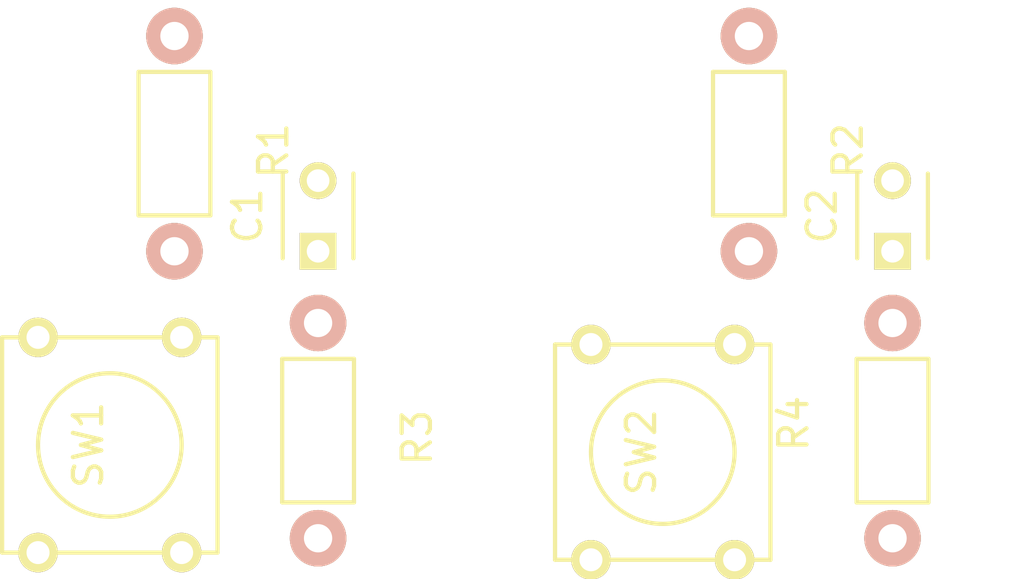
<source format=kicad_pcb>
(kicad_pcb (version 4) (host pcbnew 4.0.2+dfsg1-stable)

  (general
    (links 14)
    (no_connects 14)
    (area 110.468999 72.067 194.241001 133.015)
    (thickness 1.6)
    (drawings 0)
    (tracks 0)
    (zones 0)
    (modules 8)
    (nets 7)
  )

  (page A4)
  (layers
    (0 F.Cu signal)
    (31 B.Cu signal)
    (32 B.Adhes user)
    (33 F.Adhes user)
    (34 B.Paste user)
    (35 F.Paste user)
    (36 B.SilkS user)
    (37 F.SilkS user)
    (38 B.Mask user)
    (39 F.Mask user)
    (40 Dwgs.User user)
    (41 Cmts.User user)
    (42 Eco1.User user)
    (43 Eco2.User user)
    (44 Edge.Cuts user)
    (45 Margin user)
    (46 B.CrtYd user)
    (47 F.CrtYd user)
    (48 B.Fab user)
    (49 F.Fab user)
  )

  (setup
    (last_trace_width 0.25)
    (trace_clearance 0.2)
    (zone_clearance 0.508)
    (zone_45_only no)
    (trace_min 0.2)
    (segment_width 0.2)
    (edge_width 0.15)
    (via_size 0.6)
    (via_drill 0.4)
    (via_min_size 0.4)
    (via_min_drill 0.3)
    (uvia_size 0.3)
    (uvia_drill 0.1)
    (uvias_allowed no)
    (uvia_min_size 0.2)
    (uvia_min_drill 0.1)
    (pcb_text_width 0.3)
    (pcb_text_size 1.5 1.5)
    (mod_edge_width 0.15)
    (mod_text_size 1 1)
    (mod_text_width 0.15)
    (pad_size 1.524 1.524)
    (pad_drill 0.762)
    (pad_to_mask_clearance 0.2)
    (aux_axis_origin 0 0)
    (visible_elements FFFFFF7F)
    (pcbplotparams
      (layerselection 0x00030_80000001)
      (usegerberextensions false)
      (excludeedgelayer true)
      (linewidth 0.100000)
      (plotframeref false)
      (viasonmask false)
      (mode 1)
      (useauxorigin false)
      (hpglpennumber 1)
      (hpglpenspeed 20)
      (hpglpendiameter 15)
      (hpglpenoverlay 2)
      (psnegative false)
      (psa4output false)
      (plotreference true)
      (plotvalue true)
      (plotinvisibletext false)
      (padsonsilk false)
      (subtractmaskfromsilk false)
      (outputformat 1)
      (mirror false)
      (drillshape 1)
      (scaleselection 1)
      (outputdirectory ""))
  )

  (net 0 "")
  (net 1 PLAY)
  (net 2 GND)
  (net 3 INCREASE)
  (net 4 "Net-(R1-Pad2)")
  (net 5 "Net-(R2-Pad2)")
  (net 6 VCC)

  (net_class Default "This is the default net class."
    (clearance 0.2)
    (trace_width 0.25)
    (via_dia 0.6)
    (via_drill 0.4)
    (uvia_dia 0.3)
    (uvia_drill 0.1)
    (add_net GND)
    (add_net INCREASE)
    (add_net "Net-(R1-Pad2)")
    (add_net "Net-(R2-Pad2)")
    (add_net PLAY)
    (add_net VCC)
  )

  (module Capacitors_ThroughHole:C_Disc_D3_P2.5 (layer F.Cu) (tedit 0) (tstamp 5740894C)
    (at 121.92 71.12 90)
    (descr "Capacitor 3mm Disc, Pitch 2.5mm")
    (tags Capacitor)
    (path /57247138)
    (fp_text reference C1 (at 1.25 -2.5 90) (layer F.SilkS)
      (effects (font (size 1 1) (thickness 0.15)))
    )
    (fp_text value 10uF (at 1.25 2.5 90) (layer F.Fab)
      (effects (font (size 1 1) (thickness 0.15)))
    )
    (fp_line (start -0.9 -1.5) (end 3.4 -1.5) (layer F.CrtYd) (width 0.05))
    (fp_line (start 3.4 -1.5) (end 3.4 1.5) (layer F.CrtYd) (width 0.05))
    (fp_line (start 3.4 1.5) (end -0.9 1.5) (layer F.CrtYd) (width 0.05))
    (fp_line (start -0.9 1.5) (end -0.9 -1.5) (layer F.CrtYd) (width 0.05))
    (fp_line (start -0.25 -1.25) (end 2.75 -1.25) (layer F.SilkS) (width 0.15))
    (fp_line (start 2.75 1.25) (end -0.25 1.25) (layer F.SilkS) (width 0.15))
    (pad 1 thru_hole rect (at 0 0 90) (size 1.3 1.3) (drill 0.8) (layers *.Cu *.Mask F.SilkS)
      (net 1 PLAY))
    (pad 2 thru_hole circle (at 2.5 0 90) (size 1.3 1.3) (drill 0.8001) (layers *.Cu *.Mask F.SilkS)
      (net 2 GND))
    (model Capacitors_ThroughHole.3dshapes/C_Disc_D3_P2.5.wrl
      (at (xyz 0.0492126 0 0))
      (scale (xyz 1 1 1))
      (rotate (xyz 0 0 0))
    )
  )

  (module Capacitors_ThroughHole:C_Disc_D3_P2.5 (layer F.Cu) (tedit 0) (tstamp 57408952)
    (at 142.24 71.12 90)
    (descr "Capacitor 3mm Disc, Pitch 2.5mm")
    (tags Capacitor)
    (path /57404125)
    (fp_text reference C2 (at 1.25 -2.5 90) (layer F.SilkS)
      (effects (font (size 1 1) (thickness 0.15)))
    )
    (fp_text value 10uF (at 1.25 2.5 90) (layer F.Fab)
      (effects (font (size 1 1) (thickness 0.15)))
    )
    (fp_line (start -0.9 -1.5) (end 3.4 -1.5) (layer F.CrtYd) (width 0.05))
    (fp_line (start 3.4 -1.5) (end 3.4 1.5) (layer F.CrtYd) (width 0.05))
    (fp_line (start 3.4 1.5) (end -0.9 1.5) (layer F.CrtYd) (width 0.05))
    (fp_line (start -0.9 1.5) (end -0.9 -1.5) (layer F.CrtYd) (width 0.05))
    (fp_line (start -0.25 -1.25) (end 2.75 -1.25) (layer F.SilkS) (width 0.15))
    (fp_line (start 2.75 1.25) (end -0.25 1.25) (layer F.SilkS) (width 0.15))
    (pad 1 thru_hole rect (at 0 0 90) (size 1.3 1.3) (drill 0.8) (layers *.Cu *.Mask F.SilkS)
      (net 3 INCREASE))
    (pad 2 thru_hole circle (at 2.5 0 90) (size 1.3 1.3) (drill 0.8001) (layers *.Cu *.Mask F.SilkS)
      (net 2 GND))
    (model Capacitors_ThroughHole.3dshapes/C_Disc_D3_P2.5.wrl
      (at (xyz 0.0492126 0 0))
      (scale (xyz 1 1 1))
      (rotate (xyz 0 0 0))
    )
  )

  (module Resistors_ThroughHole:Resistor_Horizontal_RM7mm (layer F.Cu) (tedit 569FCF07) (tstamp 57408958)
    (at 116.84 63.5 270)
    (descr "Resistor, Axial,  RM 7.62mm, 1/3W,")
    (tags "Resistor Axial RM 7.62mm 1/3W R3")
    (path /57250C02)
    (fp_text reference R1 (at 4.05892 -3.50012 270) (layer F.SilkS)
      (effects (font (size 1 1) (thickness 0.15)))
    )
    (fp_text value 10 (at 3.81 3.81 270) (layer F.Fab)
      (effects (font (size 1 1) (thickness 0.15)))
    )
    (fp_line (start -1.25 -1.5) (end 8.85 -1.5) (layer F.CrtYd) (width 0.05))
    (fp_line (start -1.25 1.5) (end -1.25 -1.5) (layer F.CrtYd) (width 0.05))
    (fp_line (start 8.85 -1.5) (end 8.85 1.5) (layer F.CrtYd) (width 0.05))
    (fp_line (start -1.25 1.5) (end 8.85 1.5) (layer F.CrtYd) (width 0.05))
    (fp_line (start 1.27 -1.27) (end 6.35 -1.27) (layer F.SilkS) (width 0.15))
    (fp_line (start 6.35 -1.27) (end 6.35 1.27) (layer F.SilkS) (width 0.15))
    (fp_line (start 6.35 1.27) (end 1.27 1.27) (layer F.SilkS) (width 0.15))
    (fp_line (start 1.27 1.27) (end 1.27 -1.27) (layer F.SilkS) (width 0.15))
    (pad 1 thru_hole circle (at 0 0 270) (size 1.99898 1.99898) (drill 1.00076) (layers *.Cu *.SilkS *.Mask)
      (net 2 GND))
    (pad 2 thru_hole circle (at 7.62 0 270) (size 1.99898 1.99898) (drill 1.00076) (layers *.Cu *.SilkS *.Mask)
      (net 4 "Net-(R1-Pad2)"))
  )

  (module Resistors_ThroughHole:Resistor_Horizontal_RM7mm (layer F.Cu) (tedit 569FCF07) (tstamp 5740895E)
    (at 137.16 63.5 270)
    (descr "Resistor, Axial,  RM 7.62mm, 1/3W,")
    (tags "Resistor Axial RM 7.62mm 1/3W R3")
    (path /57404145)
    (fp_text reference R2 (at 4.05892 -3.50012 270) (layer F.SilkS)
      (effects (font (size 1 1) (thickness 0.15)))
    )
    (fp_text value 10 (at 3.81 3.81 270) (layer F.Fab)
      (effects (font (size 1 1) (thickness 0.15)))
    )
    (fp_line (start -1.25 -1.5) (end 8.85 -1.5) (layer F.CrtYd) (width 0.05))
    (fp_line (start -1.25 1.5) (end -1.25 -1.5) (layer F.CrtYd) (width 0.05))
    (fp_line (start 8.85 -1.5) (end 8.85 1.5) (layer F.CrtYd) (width 0.05))
    (fp_line (start -1.25 1.5) (end 8.85 1.5) (layer F.CrtYd) (width 0.05))
    (fp_line (start 1.27 -1.27) (end 6.35 -1.27) (layer F.SilkS) (width 0.15))
    (fp_line (start 6.35 -1.27) (end 6.35 1.27) (layer F.SilkS) (width 0.15))
    (fp_line (start 6.35 1.27) (end 1.27 1.27) (layer F.SilkS) (width 0.15))
    (fp_line (start 1.27 1.27) (end 1.27 -1.27) (layer F.SilkS) (width 0.15))
    (pad 1 thru_hole circle (at 0 0 270) (size 1.99898 1.99898) (drill 1.00076) (layers *.Cu *.SilkS *.Mask)
      (net 2 GND))
    (pad 2 thru_hole circle (at 7.62 0 270) (size 1.99898 1.99898) (drill 1.00076) (layers *.Cu *.SilkS *.Mask)
      (net 5 "Net-(R2-Pad2)"))
  )

  (module Resistors_ThroughHole:Resistor_Horizontal_RM7mm (layer F.Cu) (tedit 569FCF07) (tstamp 57408964)
    (at 121.92 73.66 270)
    (descr "Resistor, Axial,  RM 7.62mm, 1/3W,")
    (tags "Resistor Axial RM 7.62mm 1/3W R3")
    (path /57247196)
    (fp_text reference R3 (at 4.05892 -3.50012 270) (layer F.SilkS)
      (effects (font (size 1 1) (thickness 0.15)))
    )
    (fp_text value 1K (at 3.81 3.81 270) (layer F.Fab)
      (effects (font (size 1 1) (thickness 0.15)))
    )
    (fp_line (start -1.25 -1.5) (end 8.85 -1.5) (layer F.CrtYd) (width 0.05))
    (fp_line (start -1.25 1.5) (end -1.25 -1.5) (layer F.CrtYd) (width 0.05))
    (fp_line (start 8.85 -1.5) (end 8.85 1.5) (layer F.CrtYd) (width 0.05))
    (fp_line (start -1.25 1.5) (end 8.85 1.5) (layer F.CrtYd) (width 0.05))
    (fp_line (start 1.27 -1.27) (end 6.35 -1.27) (layer F.SilkS) (width 0.15))
    (fp_line (start 6.35 -1.27) (end 6.35 1.27) (layer F.SilkS) (width 0.15))
    (fp_line (start 6.35 1.27) (end 1.27 1.27) (layer F.SilkS) (width 0.15))
    (fp_line (start 1.27 1.27) (end 1.27 -1.27) (layer F.SilkS) (width 0.15))
    (pad 1 thru_hole circle (at 0 0 270) (size 1.99898 1.99898) (drill 1.00076) (layers *.Cu *.SilkS *.Mask)
      (net 1 PLAY))
    (pad 2 thru_hole circle (at 7.62 0 270) (size 1.99898 1.99898) (drill 1.00076) (layers *.Cu *.SilkS *.Mask)
      (net 4 "Net-(R1-Pad2)"))
  )

  (module Resistors_ThroughHole:Resistor_Horizontal_RM7mm (layer F.Cu) (tedit 569FCF07) (tstamp 5740896A)
    (at 142.24 81.28 90)
    (descr "Resistor, Axial,  RM 7.62mm, 1/3W,")
    (tags "Resistor Axial RM 7.62mm 1/3W R3")
    (path /5740412B)
    (fp_text reference R4 (at 4.05892 -3.50012 90) (layer F.SilkS)
      (effects (font (size 1 1) (thickness 0.15)))
    )
    (fp_text value 1K (at 3.81 3.81 90) (layer F.Fab)
      (effects (font (size 1 1) (thickness 0.15)))
    )
    (fp_line (start -1.25 -1.5) (end 8.85 -1.5) (layer F.CrtYd) (width 0.05))
    (fp_line (start -1.25 1.5) (end -1.25 -1.5) (layer F.CrtYd) (width 0.05))
    (fp_line (start 8.85 -1.5) (end 8.85 1.5) (layer F.CrtYd) (width 0.05))
    (fp_line (start -1.25 1.5) (end 8.85 1.5) (layer F.CrtYd) (width 0.05))
    (fp_line (start 1.27 -1.27) (end 6.35 -1.27) (layer F.SilkS) (width 0.15))
    (fp_line (start 6.35 -1.27) (end 6.35 1.27) (layer F.SilkS) (width 0.15))
    (fp_line (start 6.35 1.27) (end 1.27 1.27) (layer F.SilkS) (width 0.15))
    (fp_line (start 1.27 1.27) (end 1.27 -1.27) (layer F.SilkS) (width 0.15))
    (pad 1 thru_hole circle (at 0 0 90) (size 1.99898 1.99898) (drill 1.00076) (layers *.Cu *.SilkS *.Mask)
      (net 3 INCREASE))
    (pad 2 thru_hole circle (at 7.62 0 90) (size 1.99898 1.99898) (drill 1.00076) (layers *.Cu *.SilkS *.Mask)
      (net 5 "Net-(R2-Pad2)"))
  )

  (module Buttons_Switches_ThroughHole:SW_PUSH_SMALL (layer F.Cu) (tedit 0) (tstamp 57408972)
    (at 114.554 77.978 90)
    (path /57246FE5)
    (fp_text reference SW1 (at 0 -0.762 90) (layer F.SilkS)
      (effects (font (size 1 1) (thickness 0.15)))
    )
    (fp_text value SW_PUSH (at 0 1.016 90) (layer F.Fab)
      (effects (font (size 1 1) (thickness 0.15)))
    )
    (fp_circle (center 0 0) (end 0 -2.54) (layer F.SilkS) (width 0.15))
    (fp_line (start -3.81 -3.81) (end 3.81 -3.81) (layer F.SilkS) (width 0.15))
    (fp_line (start 3.81 -3.81) (end 3.81 3.81) (layer F.SilkS) (width 0.15))
    (fp_line (start 3.81 3.81) (end -3.81 3.81) (layer F.SilkS) (width 0.15))
    (fp_line (start -3.81 -3.81) (end -3.81 3.81) (layer F.SilkS) (width 0.15))
    (pad 1 thru_hole circle (at 3.81 -2.54 90) (size 1.397 1.397) (drill 0.8128) (layers *.Cu *.Mask F.SilkS)
      (net 6 VCC))
    (pad 2 thru_hole circle (at 3.81 2.54 90) (size 1.397 1.397) (drill 0.8128) (layers *.Cu *.Mask F.SilkS)
      (net 4 "Net-(R1-Pad2)"))
    (pad 1 thru_hole circle (at -3.81 -2.54 90) (size 1.397 1.397) (drill 0.8128) (layers *.Cu *.Mask F.SilkS)
      (net 6 VCC))
    (pad 2 thru_hole circle (at -3.81 2.54 90) (size 1.397 1.397) (drill 0.8128) (layers *.Cu *.Mask F.SilkS)
      (net 4 "Net-(R1-Pad2)"))
  )

  (module Buttons_Switches_ThroughHole:SW_PUSH_SMALL (layer F.Cu) (tedit 0) (tstamp 5740897A)
    (at 134.112 78.232 90)
    (path /5740411F)
    (fp_text reference SW2 (at 0 -0.762 90) (layer F.SilkS)
      (effects (font (size 1 1) (thickness 0.15)))
    )
    (fp_text value SW_PUSH (at 0 1.016 90) (layer F.Fab)
      (effects (font (size 1 1) (thickness 0.15)))
    )
    (fp_circle (center 0 0) (end 0 -2.54) (layer F.SilkS) (width 0.15))
    (fp_line (start -3.81 -3.81) (end 3.81 -3.81) (layer F.SilkS) (width 0.15))
    (fp_line (start 3.81 -3.81) (end 3.81 3.81) (layer F.SilkS) (width 0.15))
    (fp_line (start 3.81 3.81) (end -3.81 3.81) (layer F.SilkS) (width 0.15))
    (fp_line (start -3.81 -3.81) (end -3.81 3.81) (layer F.SilkS) (width 0.15))
    (pad 1 thru_hole circle (at 3.81 -2.54 90) (size 1.397 1.397) (drill 0.8128) (layers *.Cu *.Mask F.SilkS)
      (net 6 VCC))
    (pad 2 thru_hole circle (at 3.81 2.54 90) (size 1.397 1.397) (drill 0.8128) (layers *.Cu *.Mask F.SilkS)
      (net 5 "Net-(R2-Pad2)"))
    (pad 1 thru_hole circle (at -3.81 -2.54 90) (size 1.397 1.397) (drill 0.8128) (layers *.Cu *.Mask F.SilkS)
      (net 6 VCC))
    (pad 2 thru_hole circle (at -3.81 2.54 90) (size 1.397 1.397) (drill 0.8128) (layers *.Cu *.Mask F.SilkS)
      (net 5 "Net-(R2-Pad2)"))
  )

)

</source>
